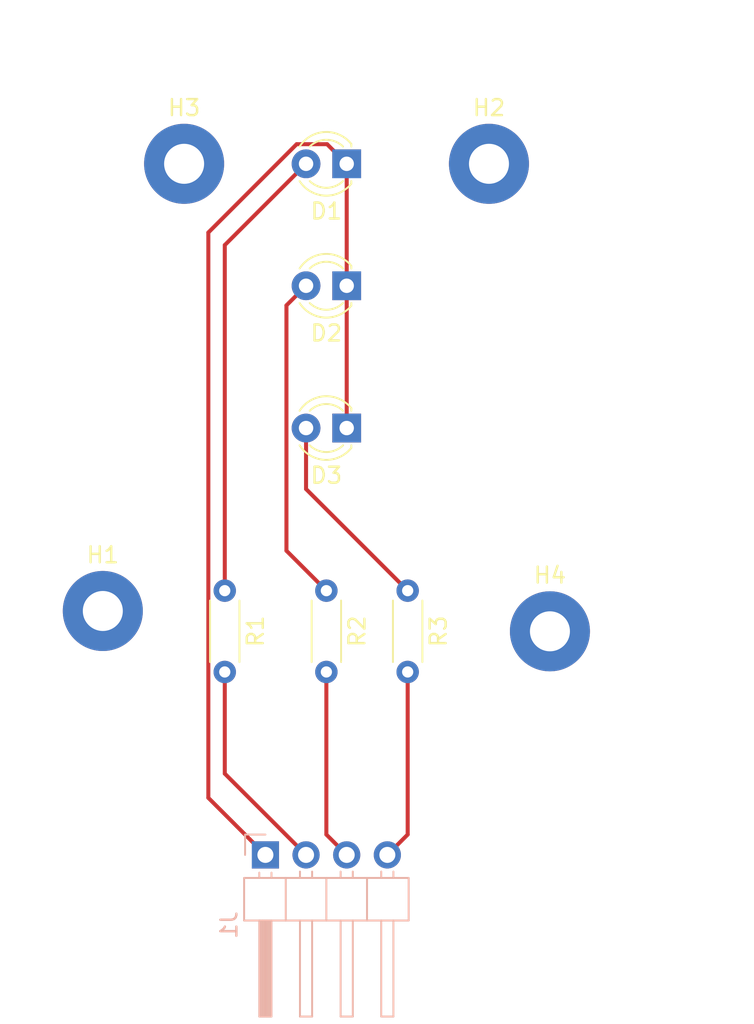
<source format=kicad_pcb>
(kicad_pcb (version 20171130) (host pcbnew 5.99.0+really5.1.10+dfsg1-1)

  (general
    (thickness 1.6)
    (drawings 4)
    (tracks 20)
    (zones 0)
    (modules 11)
    (nets 8)
  )

  (page A4)
  (layers
    (0 F.Cu signal)
    (31 B.Cu signal)
    (32 B.Adhes user)
    (33 F.Adhes user)
    (34 B.Paste user)
    (35 F.Paste user)
    (36 B.SilkS user)
    (37 F.SilkS user)
    (38 B.Mask user)
    (39 F.Mask user)
    (40 Dwgs.User user)
    (41 Cmts.User user)
    (42 Eco1.User user)
    (43 Eco2.User user)
    (44 Edge.Cuts user)
    (45 Margin user)
    (46 B.CrtYd user)
    (47 F.CrtYd user)
    (48 B.Fab user)
    (49 F.Fab user)
  )

  (setup
    (last_trace_width 0.25)
    (trace_clearance 0.2)
    (zone_clearance 0.508)
    (zone_45_only no)
    (trace_min 0.2)
    (via_size 0.8)
    (via_drill 0.4)
    (via_min_size 0.4)
    (via_min_drill 0.3)
    (uvia_size 0.3)
    (uvia_drill 0.1)
    (uvias_allowed no)
    (uvia_min_size 0.2)
    (uvia_min_drill 0.1)
    (edge_width 0.05)
    (segment_width 0.2)
    (pcb_text_width 0.3)
    (pcb_text_size 1.5 1.5)
    (mod_edge_width 0.12)
    (mod_text_size 1 1)
    (mod_text_width 0.15)
    (pad_size 1.524 1.524)
    (pad_drill 0.762)
    (pad_to_mask_clearance 0)
    (aux_axis_origin 0 0)
    (visible_elements FFFFFF7F)
    (pcbplotparams
      (layerselection 0x010fc_ffffffff)
      (usegerberextensions false)
      (usegerberattributes true)
      (usegerberadvancedattributes true)
      (creategerberjobfile true)
      (excludeedgelayer true)
      (linewidth 0.100000)
      (plotframeref false)
      (viasonmask false)
      (mode 1)
      (useauxorigin false)
      (hpglpennumber 1)
      (hpglpenspeed 20)
      (hpglpendiameter 15.000000)
      (psnegative false)
      (psa4output false)
      (plotreference true)
      (plotvalue true)
      (plotinvisibletext false)
      (padsonsilk false)
      (subtractmaskfromsilk false)
      (outputformat 1)
      (mirror false)
      (drillshape 1)
      (scaleselection 1)
      (outputdirectory ""))
  )

  (net 0 "")
  (net 1 "Net-(D1-Pad2)")
  (net 2 "Net-(D1-Pad1)")
  (net 3 "Net-(D2-Pad2)")
  (net 4 "Net-(D3-Pad2)")
  (net 5 "Net-(J1-Pad4)")
  (net 6 "Net-(J1-Pad3)")
  (net 7 "Net-(J1-Pad2)")

  (net_class Default "This is the default net class."
    (clearance 0.2)
    (trace_width 0.25)
    (via_dia 0.8)
    (via_drill 0.4)
    (uvia_dia 0.3)
    (uvia_drill 0.1)
    (add_net "Net-(D1-Pad1)")
    (add_net "Net-(D1-Pad2)")
    (add_net "Net-(D2-Pad2)")
    (add_net "Net-(D3-Pad2)")
    (add_net "Net-(J1-Pad2)")
    (add_net "Net-(J1-Pad3)")
    (add_net "Net-(J1-Pad4)")
  )

  (module Resistor_THT:R_Axial_DIN0204_L3.6mm_D1.6mm_P5.08mm_Horizontal (layer F.Cu) (tedit 5AE5139B) (tstamp 62656711)
    (at 151.13 102.87 270)
    (descr "Resistor, Axial_DIN0204 series, Axial, Horizontal, pin pitch=5.08mm, 0.167W, length*diameter=3.6*1.6mm^2, http://cdn-reichelt.de/documents/datenblatt/B400/1_4W%23YAG.pdf")
    (tags "Resistor Axial_DIN0204 series Axial Horizontal pin pitch 5.08mm 0.167W length 3.6mm diameter 1.6mm")
    (path /6263DB42)
    (fp_text reference R3 (at 2.54 -1.92 90) (layer F.SilkS)
      (effects (font (size 1 1) (thickness 0.15)))
    )
    (fp_text value R (at 2.54 1.92 90) (layer F.Fab)
      (effects (font (size 1 1) (thickness 0.15)))
    )
    (fp_text user %R (at 2.54 -0.03 90) (layer F.Fab)
      (effects (font (size 0.72 0.72) (thickness 0.108)))
    )
    (fp_line (start 0.74 -0.8) (end 0.74 0.8) (layer F.Fab) (width 0.1))
    (fp_line (start 0.74 0.8) (end 4.34 0.8) (layer F.Fab) (width 0.1))
    (fp_line (start 4.34 0.8) (end 4.34 -0.8) (layer F.Fab) (width 0.1))
    (fp_line (start 4.34 -0.8) (end 0.74 -0.8) (layer F.Fab) (width 0.1))
    (fp_line (start 0 0) (end 0.74 0) (layer F.Fab) (width 0.1))
    (fp_line (start 5.08 0) (end 4.34 0) (layer F.Fab) (width 0.1))
    (fp_line (start 0.62 -0.92) (end 4.46 -0.92) (layer F.SilkS) (width 0.12))
    (fp_line (start 0.62 0.92) (end 4.46 0.92) (layer F.SilkS) (width 0.12))
    (fp_line (start -0.95 -1.05) (end -0.95 1.05) (layer F.CrtYd) (width 0.05))
    (fp_line (start -0.95 1.05) (end 6.03 1.05) (layer F.CrtYd) (width 0.05))
    (fp_line (start 6.03 1.05) (end 6.03 -1.05) (layer F.CrtYd) (width 0.05))
    (fp_line (start 6.03 -1.05) (end -0.95 -1.05) (layer F.CrtYd) (width 0.05))
    (pad 2 thru_hole oval (at 5.08 0 270) (size 1.4 1.4) (drill 0.7) (layers *.Cu *.Mask)
      (net 5 "Net-(J1-Pad4)"))
    (pad 1 thru_hole circle (at 0 0 270) (size 1.4 1.4) (drill 0.7) (layers *.Cu *.Mask)
      (net 4 "Net-(D3-Pad2)"))
    (model ${KISYS3DMOD}/Resistor_THT.3dshapes/R_Axial_DIN0204_L3.6mm_D1.6mm_P5.08mm_Horizontal.wrl
      (at (xyz 0 0 0))
      (scale (xyz 1 1 1))
      (rotate (xyz 0 0 0))
    )
  )

  (module Resistor_THT:R_Axial_DIN0204_L3.6mm_D1.6mm_P5.08mm_Horizontal (layer F.Cu) (tedit 5AE5139B) (tstamp 626566FE)
    (at 146.05 102.87 270)
    (descr "Resistor, Axial_DIN0204 series, Axial, Horizontal, pin pitch=5.08mm, 0.167W, length*diameter=3.6*1.6mm^2, http://cdn-reichelt.de/documents/datenblatt/B400/1_4W%23YAG.pdf")
    (tags "Resistor Axial_DIN0204 series Axial Horizontal pin pitch 5.08mm 0.167W length 3.6mm diameter 1.6mm")
    (path /6263D86E)
    (fp_text reference R2 (at 2.54 -1.92 90) (layer F.SilkS)
      (effects (font (size 1 1) (thickness 0.15)))
    )
    (fp_text value R (at 2.54 1.92 90) (layer F.Fab)
      (effects (font (size 1 1) (thickness 0.15)))
    )
    (fp_text user %R (at 2.54 0 90) (layer F.Fab)
      (effects (font (size 0.72 0.72) (thickness 0.108)))
    )
    (fp_line (start 0.74 -0.8) (end 0.74 0.8) (layer F.Fab) (width 0.1))
    (fp_line (start 0.74 0.8) (end 4.34 0.8) (layer F.Fab) (width 0.1))
    (fp_line (start 4.34 0.8) (end 4.34 -0.8) (layer F.Fab) (width 0.1))
    (fp_line (start 4.34 -0.8) (end 0.74 -0.8) (layer F.Fab) (width 0.1))
    (fp_line (start 0 0) (end 0.74 0) (layer F.Fab) (width 0.1))
    (fp_line (start 5.08 0) (end 4.34 0) (layer F.Fab) (width 0.1))
    (fp_line (start 0.62 -0.92) (end 4.46 -0.92) (layer F.SilkS) (width 0.12))
    (fp_line (start 0.62 0.92) (end 4.46 0.92) (layer F.SilkS) (width 0.12))
    (fp_line (start -0.95 -1.05) (end -0.95 1.05) (layer F.CrtYd) (width 0.05))
    (fp_line (start -0.95 1.05) (end 6.03 1.05) (layer F.CrtYd) (width 0.05))
    (fp_line (start 6.03 1.05) (end 6.03 -1.05) (layer F.CrtYd) (width 0.05))
    (fp_line (start 6.03 -1.05) (end -0.95 -1.05) (layer F.CrtYd) (width 0.05))
    (pad 2 thru_hole oval (at 5.08 0 270) (size 1.4 1.4) (drill 0.7) (layers *.Cu *.Mask)
      (net 6 "Net-(J1-Pad3)"))
    (pad 1 thru_hole circle (at 0 0 270) (size 1.4 1.4) (drill 0.7) (layers *.Cu *.Mask)
      (net 3 "Net-(D2-Pad2)"))
    (model ${KISYS3DMOD}/Resistor_THT.3dshapes/R_Axial_DIN0204_L3.6mm_D1.6mm_P5.08mm_Horizontal.wrl
      (at (xyz 0 0 0))
      (scale (xyz 1 1 1))
      (rotate (xyz 0 0 0))
    )
  )

  (module Resistor_THT:R_Axial_DIN0204_L3.6mm_D1.6mm_P5.08mm_Horizontal (layer F.Cu) (tedit 5AE5139B) (tstamp 626566EB)
    (at 139.7 102.87 270)
    (descr "Resistor, Axial_DIN0204 series, Axial, Horizontal, pin pitch=5.08mm, 0.167W, length*diameter=3.6*1.6mm^2, http://cdn-reichelt.de/documents/datenblatt/B400/1_4W%23YAG.pdf")
    (tags "Resistor Axial_DIN0204 series Axial Horizontal pin pitch 5.08mm 0.167W length 3.6mm diameter 1.6mm")
    (path /6263C2B5)
    (fp_text reference R1 (at 2.54 -1.92 90) (layer F.SilkS)
      (effects (font (size 1 1) (thickness 0.15)))
    )
    (fp_text value R (at 2.54 1.92 90) (layer F.Fab)
      (effects (font (size 1 1) (thickness 0.15)))
    )
    (fp_text user %R (at 2.54 0 90) (layer F.Fab)
      (effects (font (size 0.72 0.72) (thickness 0.108)))
    )
    (fp_line (start 0.74 -0.8) (end 0.74 0.8) (layer F.Fab) (width 0.1))
    (fp_line (start 0.74 0.8) (end 4.34 0.8) (layer F.Fab) (width 0.1))
    (fp_line (start 4.34 0.8) (end 4.34 -0.8) (layer F.Fab) (width 0.1))
    (fp_line (start 4.34 -0.8) (end 0.74 -0.8) (layer F.Fab) (width 0.1))
    (fp_line (start 0 0) (end 0.74 0) (layer F.Fab) (width 0.1))
    (fp_line (start 5.08 0) (end 4.34 0) (layer F.Fab) (width 0.1))
    (fp_line (start 0.62 -0.92) (end 4.46 -0.92) (layer F.SilkS) (width 0.12))
    (fp_line (start 0.62 0.92) (end 4.46 0.92) (layer F.SilkS) (width 0.12))
    (fp_line (start -0.95 -1.05) (end -0.95 1.05) (layer F.CrtYd) (width 0.05))
    (fp_line (start -0.95 1.05) (end 6.03 1.05) (layer F.CrtYd) (width 0.05))
    (fp_line (start 6.03 1.05) (end 6.03 -1.05) (layer F.CrtYd) (width 0.05))
    (fp_line (start 6.03 -1.05) (end -0.95 -1.05) (layer F.CrtYd) (width 0.05))
    (pad 2 thru_hole oval (at 5.08 0 270) (size 1.4 1.4) (drill 0.7) (layers *.Cu *.Mask)
      (net 7 "Net-(J1-Pad2)"))
    (pad 1 thru_hole circle (at 0 0 270) (size 1.4 1.4) (drill 0.7) (layers *.Cu *.Mask)
      (net 1 "Net-(D1-Pad2)"))
    (model ${KISYS3DMOD}/Resistor_THT.3dshapes/R_Axial_DIN0204_L3.6mm_D1.6mm_P5.08mm_Horizontal.wrl
      (at (xyz 0 0 0))
      (scale (xyz 1 1 1))
      (rotate (xyz 0 0 0))
    )
  )

  (module Connector_PinHeader_2.54mm:PinHeader_1x04_P2.54mm_Horizontal (layer B.Cu) (tedit 59FED5CB) (tstamp 626566D8)
    (at 142.24 119.38 270)
    (descr "Through hole angled pin header, 1x04, 2.54mm pitch, 6mm pin length, single row")
    (tags "Through hole angled pin header THT 1x04 2.54mm single row")
    (path /6263C613)
    (fp_text reference J1 (at 4.385 2.27 90) (layer B.SilkS)
      (effects (font (size 1 1) (thickness 0.15)) (justify mirror))
    )
    (fp_text value Conn_01x04 (at 4.385 -9.89 90) (layer B.Fab)
      (effects (font (size 1 1) (thickness 0.15)) (justify mirror))
    )
    (fp_text user %R (at 2.77 -3.81 180) (layer B.Fab)
      (effects (font (size 1 1) (thickness 0.15)) (justify mirror))
    )
    (fp_line (start 2.135 1.27) (end 4.04 1.27) (layer B.Fab) (width 0.1))
    (fp_line (start 4.04 1.27) (end 4.04 -8.89) (layer B.Fab) (width 0.1))
    (fp_line (start 4.04 -8.89) (end 1.5 -8.89) (layer B.Fab) (width 0.1))
    (fp_line (start 1.5 -8.89) (end 1.5 0.635) (layer B.Fab) (width 0.1))
    (fp_line (start 1.5 0.635) (end 2.135 1.27) (layer B.Fab) (width 0.1))
    (fp_line (start -0.32 0.32) (end 1.5 0.32) (layer B.Fab) (width 0.1))
    (fp_line (start -0.32 0.32) (end -0.32 -0.32) (layer B.Fab) (width 0.1))
    (fp_line (start -0.32 -0.32) (end 1.5 -0.32) (layer B.Fab) (width 0.1))
    (fp_line (start 4.04 0.32) (end 10.04 0.32) (layer B.Fab) (width 0.1))
    (fp_line (start 10.04 0.32) (end 10.04 -0.32) (layer B.Fab) (width 0.1))
    (fp_line (start 4.04 -0.32) (end 10.04 -0.32) (layer B.Fab) (width 0.1))
    (fp_line (start -0.32 -2.22) (end 1.5 -2.22) (layer B.Fab) (width 0.1))
    (fp_line (start -0.32 -2.22) (end -0.32 -2.86) (layer B.Fab) (width 0.1))
    (fp_line (start -0.32 -2.86) (end 1.5 -2.86) (layer B.Fab) (width 0.1))
    (fp_line (start 4.04 -2.22) (end 10.04 -2.22) (layer B.Fab) (width 0.1))
    (fp_line (start 10.04 -2.22) (end 10.04 -2.86) (layer B.Fab) (width 0.1))
    (fp_line (start 4.04 -2.86) (end 10.04 -2.86) (layer B.Fab) (width 0.1))
    (fp_line (start -0.32 -4.76) (end 1.5 -4.76) (layer B.Fab) (width 0.1))
    (fp_line (start -0.32 -4.76) (end -0.32 -5.4) (layer B.Fab) (width 0.1))
    (fp_line (start -0.32 -5.4) (end 1.5 -5.4) (layer B.Fab) (width 0.1))
    (fp_line (start 4.04 -4.76) (end 10.04 -4.76) (layer B.Fab) (width 0.1))
    (fp_line (start 10.04 -4.76) (end 10.04 -5.4) (layer B.Fab) (width 0.1))
    (fp_line (start 4.04 -5.4) (end 10.04 -5.4) (layer B.Fab) (width 0.1))
    (fp_line (start -0.32 -7.3) (end 1.5 -7.3) (layer B.Fab) (width 0.1))
    (fp_line (start -0.32 -7.3) (end -0.32 -7.94) (layer B.Fab) (width 0.1))
    (fp_line (start -0.32 -7.94) (end 1.5 -7.94) (layer B.Fab) (width 0.1))
    (fp_line (start 4.04 -7.3) (end 10.04 -7.3) (layer B.Fab) (width 0.1))
    (fp_line (start 10.04 -7.3) (end 10.04 -7.94) (layer B.Fab) (width 0.1))
    (fp_line (start 4.04 -7.94) (end 10.04 -7.94) (layer B.Fab) (width 0.1))
    (fp_line (start 1.44 1.33) (end 1.44 -8.95) (layer B.SilkS) (width 0.12))
    (fp_line (start 1.44 -8.95) (end 4.1 -8.95) (layer B.SilkS) (width 0.12))
    (fp_line (start 4.1 -8.95) (end 4.1 1.33) (layer B.SilkS) (width 0.12))
    (fp_line (start 4.1 1.33) (end 1.44 1.33) (layer B.SilkS) (width 0.12))
    (fp_line (start 4.1 0.38) (end 10.1 0.38) (layer B.SilkS) (width 0.12))
    (fp_line (start 10.1 0.38) (end 10.1 -0.38) (layer B.SilkS) (width 0.12))
    (fp_line (start 10.1 -0.38) (end 4.1 -0.38) (layer B.SilkS) (width 0.12))
    (fp_line (start 4.1 0.32) (end 10.1 0.32) (layer B.SilkS) (width 0.12))
    (fp_line (start 4.1 0.2) (end 10.1 0.2) (layer B.SilkS) (width 0.12))
    (fp_line (start 4.1 0.08) (end 10.1 0.08) (layer B.SilkS) (width 0.12))
    (fp_line (start 4.1 -0.04) (end 10.1 -0.04) (layer B.SilkS) (width 0.12))
    (fp_line (start 4.1 -0.16) (end 10.1 -0.16) (layer B.SilkS) (width 0.12))
    (fp_line (start 4.1 -0.28) (end 10.1 -0.28) (layer B.SilkS) (width 0.12))
    (fp_line (start 1.11 0.38) (end 1.44 0.38) (layer B.SilkS) (width 0.12))
    (fp_line (start 1.11 -0.38) (end 1.44 -0.38) (layer B.SilkS) (width 0.12))
    (fp_line (start 1.44 -1.27) (end 4.1 -1.27) (layer B.SilkS) (width 0.12))
    (fp_line (start 4.1 -2.16) (end 10.1 -2.16) (layer B.SilkS) (width 0.12))
    (fp_line (start 10.1 -2.16) (end 10.1 -2.92) (layer B.SilkS) (width 0.12))
    (fp_line (start 10.1 -2.92) (end 4.1 -2.92) (layer B.SilkS) (width 0.12))
    (fp_line (start 1.042929 -2.16) (end 1.44 -2.16) (layer B.SilkS) (width 0.12))
    (fp_line (start 1.042929 -2.92) (end 1.44 -2.92) (layer B.SilkS) (width 0.12))
    (fp_line (start 1.44 -3.81) (end 4.1 -3.81) (layer B.SilkS) (width 0.12))
    (fp_line (start 4.1 -4.7) (end 10.1 -4.7) (layer B.SilkS) (width 0.12))
    (fp_line (start 10.1 -4.7) (end 10.1 -5.46) (layer B.SilkS) (width 0.12))
    (fp_line (start 10.1 -5.46) (end 4.1 -5.46) (layer B.SilkS) (width 0.12))
    (fp_line (start 1.042929 -4.7) (end 1.44 -4.7) (layer B.SilkS) (width 0.12))
    (fp_line (start 1.042929 -5.46) (end 1.44 -5.46) (layer B.SilkS) (width 0.12))
    (fp_line (start 1.44 -6.35) (end 4.1 -6.35) (layer B.SilkS) (width 0.12))
    (fp_line (start 4.1 -7.24) (end 10.1 -7.24) (layer B.SilkS) (width 0.12))
    (fp_line (start 10.1 -7.24) (end 10.1 -8) (layer B.SilkS) (width 0.12))
    (fp_line (start 10.1 -8) (end 4.1 -8) (layer B.SilkS) (width 0.12))
    (fp_line (start 1.042929 -7.24) (end 1.44 -7.24) (layer B.SilkS) (width 0.12))
    (fp_line (start 1.042929 -8) (end 1.44 -8) (layer B.SilkS) (width 0.12))
    (fp_line (start -1.27 0) (end -1.27 1.27) (layer B.SilkS) (width 0.12))
    (fp_line (start -1.27 1.27) (end 0 1.27) (layer B.SilkS) (width 0.12))
    (fp_line (start -1.8 1.8) (end -1.8 -9.4) (layer B.CrtYd) (width 0.05))
    (fp_line (start -1.8 -9.4) (end 10.55 -9.4) (layer B.CrtYd) (width 0.05))
    (fp_line (start 10.55 -9.4) (end 10.55 1.8) (layer B.CrtYd) (width 0.05))
    (fp_line (start 10.55 1.8) (end -1.8 1.8) (layer B.CrtYd) (width 0.05))
    (pad 4 thru_hole oval (at 0 -7.62 270) (size 1.7 1.7) (drill 1) (layers *.Cu *.Mask)
      (net 5 "Net-(J1-Pad4)"))
    (pad 3 thru_hole oval (at 0 -5.08 270) (size 1.7 1.7) (drill 1) (layers *.Cu *.Mask)
      (net 6 "Net-(J1-Pad3)"))
    (pad 2 thru_hole oval (at 0 -2.54 270) (size 1.7 1.7) (drill 1) (layers *.Cu *.Mask)
      (net 7 "Net-(J1-Pad2)"))
    (pad 1 thru_hole rect (at 0 0 270) (size 1.7 1.7) (drill 1) (layers *.Cu *.Mask)
      (net 2 "Net-(D1-Pad1)"))
    (model ${KISYS3DMOD}/Connector_PinHeader_2.54mm.3dshapes/PinHeader_1x04_P2.54mm_Horizontal.wrl
      (at (xyz 0 0 0))
      (scale (xyz 1 1 1))
      (rotate (xyz 0 0 0))
    )
  )

  (module MountingHole:MountingHole_2.5mm_Pad (layer F.Cu) (tedit 56D1B4CB) (tstamp 6265668B)
    (at 160.02 105.41)
    (descr "Mounting Hole 2.5mm")
    (tags "mounting hole 2.5mm")
    (path /6263EBE3)
    (attr virtual)
    (fp_text reference H4 (at 0 -3.5) (layer F.SilkS)
      (effects (font (size 1 1) (thickness 0.15)))
    )
    (fp_text value MountingHole (at 0 3.5) (layer F.Fab)
      (effects (font (size 1 1) (thickness 0.15)))
    )
    (fp_circle (center 0 0) (end 2.75 0) (layer F.CrtYd) (width 0.05))
    (fp_circle (center 0 0) (end 2.5 0) (layer Cmts.User) (width 0.15))
    (fp_text user %R (at 0.3 0) (layer F.Fab)
      (effects (font (size 1 1) (thickness 0.15)))
    )
    (pad 1 thru_hole circle (at 0 0) (size 5 5) (drill 2.5) (layers *.Cu *.Mask))
  )

  (module MountingHole:MountingHole_2.5mm_Pad (layer F.Cu) (tedit 56D1B4CB) (tstamp 62656683)
    (at 137.16 76.2)
    (descr "Mounting Hole 2.5mm")
    (tags "mounting hole 2.5mm")
    (path /6263E841)
    (attr virtual)
    (fp_text reference H3 (at 0 -3.5) (layer F.SilkS)
      (effects (font (size 1 1) (thickness 0.15)))
    )
    (fp_text value MountingHole (at 0 3.5) (layer F.Fab)
      (effects (font (size 1 1) (thickness 0.15)))
    )
    (fp_text user %R (at 0.3 0) (layer F.Fab)
      (effects (font (size 1 1) (thickness 0.15)))
    )
    (fp_circle (center 0 0) (end 2.5 0) (layer Cmts.User) (width 0.15))
    (fp_circle (center 0 0) (end 2.75 0) (layer F.CrtYd) (width 0.05))
    (pad 1 thru_hole circle (at 0 0) (size 5 5) (drill 2.5) (layers *.Cu *.Mask))
  )

  (module MountingHole:MountingHole_2.5mm_Pad (layer F.Cu) (tedit 56D1B4CB) (tstamp 6265667B)
    (at 156.21 76.2)
    (descr "Mounting Hole 2.5mm")
    (tags "mounting hole 2.5mm")
    (path /6263EF5E)
    (attr virtual)
    (fp_text reference H2 (at 0 -3.5) (layer F.SilkS)
      (effects (font (size 1 1) (thickness 0.15)))
    )
    (fp_text value MountingHole (at 0 3.5) (layer F.Fab)
      (effects (font (size 1 1) (thickness 0.15)))
    )
    (fp_text user %R (at 0.3 0) (layer F.Fab)
      (effects (font (size 1 1) (thickness 0.15)))
    )
    (fp_circle (center 0 0) (end 2.5 0) (layer Cmts.User) (width 0.15))
    (fp_circle (center 0 0) (end 2.75 0) (layer F.CrtYd) (width 0.05))
    (pad 1 thru_hole circle (at 0 0) (size 5 5) (drill 2.5) (layers *.Cu *.Mask))
  )

  (module MountingHole:MountingHole_2.5mm_Pad (layer F.Cu) (tedit 56D1B4CB) (tstamp 62656673)
    (at 132.08 104.14)
    (descr "Mounting Hole 2.5mm")
    (tags "mounting hole 2.5mm")
    (path /6263E629)
    (attr virtual)
    (fp_text reference H1 (at 0 -3.5) (layer F.SilkS)
      (effects (font (size 1 1) (thickness 0.15)))
    )
    (fp_text value MountingHole (at 0 3.5) (layer F.Fab)
      (effects (font (size 1 1) (thickness 0.15)))
    )
    (fp_circle (center 0 0) (end 2.75 0) (layer F.CrtYd) (width 0.05))
    (fp_circle (center 0 0) (end 2.5 0) (layer Cmts.User) (width 0.15))
    (fp_text user %R (at 0.3 0) (layer F.Fab)
      (effects (font (size 1 1) (thickness 0.15)))
    )
    (pad 1 thru_hole circle (at 0 0) (size 5 5) (drill 2.5) (layers *.Cu *.Mask))
  )

  (module LED_THT:LED_D3.0mm (layer F.Cu) (tedit 587A3A7B) (tstamp 6265666B)
    (at 147.32 92.71 180)
    (descr "LED, diameter 3.0mm, 2 pins")
    (tags "LED diameter 3.0mm 2 pins")
    (path /6263CB3D)
    (fp_text reference D3 (at 1.27 -2.96) (layer F.SilkS)
      (effects (font (size 1 1) (thickness 0.15)))
    )
    (fp_text value LED (at 1.27 2.96) (layer F.Fab)
      (effects (font (size 1 1) (thickness 0.15)))
    )
    (fp_arc (start 1.27 0) (end 0.229039 1.08) (angle -87.9) (layer F.SilkS) (width 0.12))
    (fp_arc (start 1.27 0) (end 0.229039 -1.08) (angle 87.9) (layer F.SilkS) (width 0.12))
    (fp_arc (start 1.27 0) (end -0.29 1.235516) (angle -108.8) (layer F.SilkS) (width 0.12))
    (fp_arc (start 1.27 0) (end -0.29 -1.235516) (angle 108.8) (layer F.SilkS) (width 0.12))
    (fp_arc (start 1.27 0) (end -0.23 -1.16619) (angle 284.3) (layer F.Fab) (width 0.1))
    (fp_circle (center 1.27 0) (end 2.77 0) (layer F.Fab) (width 0.1))
    (fp_line (start -0.23 -1.16619) (end -0.23 1.16619) (layer F.Fab) (width 0.1))
    (fp_line (start -0.29 -1.236) (end -0.29 -1.08) (layer F.SilkS) (width 0.12))
    (fp_line (start -0.29 1.08) (end -0.29 1.236) (layer F.SilkS) (width 0.12))
    (fp_line (start -1.15 -2.25) (end -1.15 2.25) (layer F.CrtYd) (width 0.05))
    (fp_line (start -1.15 2.25) (end 3.7 2.25) (layer F.CrtYd) (width 0.05))
    (fp_line (start 3.7 2.25) (end 3.7 -2.25) (layer F.CrtYd) (width 0.05))
    (fp_line (start 3.7 -2.25) (end -1.15 -2.25) (layer F.CrtYd) (width 0.05))
    (pad 2 thru_hole circle (at 2.54 0 180) (size 1.8 1.8) (drill 0.9) (layers *.Cu *.Mask)
      (net 4 "Net-(D3-Pad2)"))
    (pad 1 thru_hole rect (at 0 0 180) (size 1.8 1.8) (drill 0.9) (layers *.Cu *.Mask)
      (net 2 "Net-(D1-Pad1)"))
    (model ${KISYS3DMOD}/LED_THT.3dshapes/LED_D3.0mm.wrl
      (at (xyz 0 0 0))
      (scale (xyz 1 1 1))
      (rotate (xyz 0 0 0))
    )
  )

  (module LED_THT:LED_D3.0mm (layer F.Cu) (tedit 587A3A7B) (tstamp 62656658)
    (at 147.32 83.82 180)
    (descr "LED, diameter 3.0mm, 2 pins")
    (tags "LED diameter 3.0mm 2 pins")
    (path /6263C891)
    (fp_text reference D2 (at 1.27 -2.96) (layer F.SilkS)
      (effects (font (size 1 1) (thickness 0.15)))
    )
    (fp_text value LED (at 1.27 2.96) (layer F.Fab)
      (effects (font (size 1 1) (thickness 0.15)))
    )
    (fp_arc (start 1.27 0) (end 0.229039 1.08) (angle -87.9) (layer F.SilkS) (width 0.12))
    (fp_arc (start 1.27 0) (end 0.229039 -1.08) (angle 87.9) (layer F.SilkS) (width 0.12))
    (fp_arc (start 1.27 0) (end -0.29 1.235516) (angle -108.8) (layer F.SilkS) (width 0.12))
    (fp_arc (start 1.27 0) (end -0.29 -1.235516) (angle 108.8) (layer F.SilkS) (width 0.12))
    (fp_arc (start 1.27 0) (end -0.23 -1.16619) (angle 284.3) (layer F.Fab) (width 0.1))
    (fp_circle (center 1.27 0) (end 2.77 0) (layer F.Fab) (width 0.1))
    (fp_line (start -0.23 -1.16619) (end -0.23 1.16619) (layer F.Fab) (width 0.1))
    (fp_line (start -0.29 -1.236) (end -0.29 -1.08) (layer F.SilkS) (width 0.12))
    (fp_line (start -0.29 1.08) (end -0.29 1.236) (layer F.SilkS) (width 0.12))
    (fp_line (start -1.15 -2.25) (end -1.15 2.25) (layer F.CrtYd) (width 0.05))
    (fp_line (start -1.15 2.25) (end 3.7 2.25) (layer F.CrtYd) (width 0.05))
    (fp_line (start 3.7 2.25) (end 3.7 -2.25) (layer F.CrtYd) (width 0.05))
    (fp_line (start 3.7 -2.25) (end -1.15 -2.25) (layer F.CrtYd) (width 0.05))
    (pad 2 thru_hole circle (at 2.54 0 180) (size 1.8 1.8) (drill 0.9) (layers *.Cu *.Mask)
      (net 3 "Net-(D2-Pad2)"))
    (pad 1 thru_hole rect (at 0 0 180) (size 1.8 1.8) (drill 0.9) (layers *.Cu *.Mask)
      (net 2 "Net-(D1-Pad1)"))
    (model ${KISYS3DMOD}/LED_THT.3dshapes/LED_D3.0mm.wrl
      (at (xyz 0 0 0))
      (scale (xyz 1 1 1))
      (rotate (xyz 0 0 0))
    )
  )

  (module LED_THT:LED_D3.0mm (layer F.Cu) (tedit 587A3A7B) (tstamp 62656645)
    (at 147.32 76.2 180)
    (descr "LED, diameter 3.0mm, 2 pins")
    (tags "LED diameter 3.0mm 2 pins")
    (path /6263BDA9)
    (fp_text reference D1 (at 1.27 -2.96) (layer F.SilkS)
      (effects (font (size 1 1) (thickness 0.15)))
    )
    (fp_text value LED (at 1.27 2.96) (layer F.Fab)
      (effects (font (size 1 1) (thickness 0.15)))
    )
    (fp_arc (start 1.27 0) (end 0.229039 1.08) (angle -87.9) (layer F.SilkS) (width 0.12))
    (fp_arc (start 1.27 0) (end 0.229039 -1.08) (angle 87.9) (layer F.SilkS) (width 0.12))
    (fp_arc (start 1.27 0) (end -0.29 1.235516) (angle -108.8) (layer F.SilkS) (width 0.12))
    (fp_arc (start 1.27 0) (end -0.29 -1.235516) (angle 108.8) (layer F.SilkS) (width 0.12))
    (fp_arc (start 1.27 0) (end -0.23 -1.16619) (angle 284.3) (layer F.Fab) (width 0.1))
    (fp_circle (center 1.27 0) (end 2.77 0) (layer F.Fab) (width 0.1))
    (fp_line (start -0.23 -1.16619) (end -0.23 1.16619) (layer F.Fab) (width 0.1))
    (fp_line (start -0.29 -1.236) (end -0.29 -1.08) (layer F.SilkS) (width 0.12))
    (fp_line (start -0.29 1.08) (end -0.29 1.236) (layer F.SilkS) (width 0.12))
    (fp_line (start -1.15 -2.25) (end -1.15 2.25) (layer F.CrtYd) (width 0.05))
    (fp_line (start -1.15 2.25) (end 3.7 2.25) (layer F.CrtYd) (width 0.05))
    (fp_line (start 3.7 2.25) (end 3.7 -2.25) (layer F.CrtYd) (width 0.05))
    (fp_line (start 3.7 -2.25) (end -1.15 -2.25) (layer F.CrtYd) (width 0.05))
    (pad 2 thru_hole circle (at 2.54 0 180) (size 1.8 1.8) (drill 0.9) (layers *.Cu *.Mask)
      (net 1 "Net-(D1-Pad2)"))
    (pad 1 thru_hole rect (at 0 0 180) (size 1.8 1.8) (drill 0.9) (layers *.Cu *.Mask)
      (net 2 "Net-(D1-Pad1)"))
    (model ${KISYS3DMOD}/LED_THT.3dshapes/LED_D3.0mm.wrl
      (at (xyz 0 0 0))
      (scale (xyz 1 1 1))
      (rotate (xyz 0 0 0))
    )
  )

  (gr_line (start 127 66.04) (end 127 119.38) (layer Dwgs.User) (width 0.15))
  (gr_line (start 172.72 66.04) (end 127 66.04) (layer Dwgs.User) (width 0.15))
  (gr_line (start 172.72 119.38) (end 172.72 66.04) (layer Dwgs.User) (width 0.15))
  (gr_line (start 125.73 119.38) (end 172.72 119.38) (layer Dwgs.User) (width 0.15))

  (segment (start 139.7 81.28) (end 139.7 102.87) (width 0.25) (layer F.Cu) (net 1))
  (segment (start 144.78 76.2) (end 139.7 81.28) (width 0.25) (layer F.Cu) (net 1))
  (segment (start 147.32 76.2) (end 147.32 83.82) (width 0.25) (layer F.Cu) (net 2))
  (segment (start 147.32 83.82) (end 147.32 92.71) (width 0.25) (layer F.Cu) (net 2))
  (segment (start 138.674999 115.814999) (end 142.24 119.38) (width 0.25) (layer F.Cu) (net 2))
  (segment (start 138.674999 80.491999) (end 138.674999 115.814999) (width 0.25) (layer F.Cu) (net 2))
  (segment (start 144.191999 74.974999) (end 138.674999 80.491999) (width 0.25) (layer F.Cu) (net 2))
  (segment (start 146.094999 74.974999) (end 144.191999 74.974999) (width 0.25) (layer F.Cu) (net 2))
  (segment (start 147.32 76.2) (end 146.094999 74.974999) (width 0.25) (layer F.Cu) (net 2))
  (segment (start 143.554999 100.374999) (end 146.05 102.87) (width 0.25) (layer F.Cu) (net 3))
  (segment (start 143.554999 85.045001) (end 143.554999 100.374999) (width 0.25) (layer F.Cu) (net 3))
  (segment (start 144.78 83.82) (end 143.554999 85.045001) (width 0.25) (layer F.Cu) (net 3))
  (segment (start 144.78 96.52) (end 151.13 102.87) (width 0.25) (layer F.Cu) (net 4))
  (segment (start 144.78 92.71) (end 144.78 96.52) (width 0.25) (layer F.Cu) (net 4))
  (segment (start 151.13 118.11) (end 149.86 119.38) (width 0.25) (layer F.Cu) (net 5))
  (segment (start 151.13 107.95) (end 151.13 118.11) (width 0.25) (layer F.Cu) (net 5))
  (segment (start 146.05 118.11) (end 147.32 119.38) (width 0.25) (layer F.Cu) (net 6))
  (segment (start 146.05 107.95) (end 146.05 118.11) (width 0.25) (layer F.Cu) (net 6))
  (segment (start 139.7 114.3) (end 144.78 119.38) (width 0.25) (layer F.Cu) (net 7))
  (segment (start 139.7 107.95) (end 139.7 114.3) (width 0.25) (layer F.Cu) (net 7))

)

</source>
